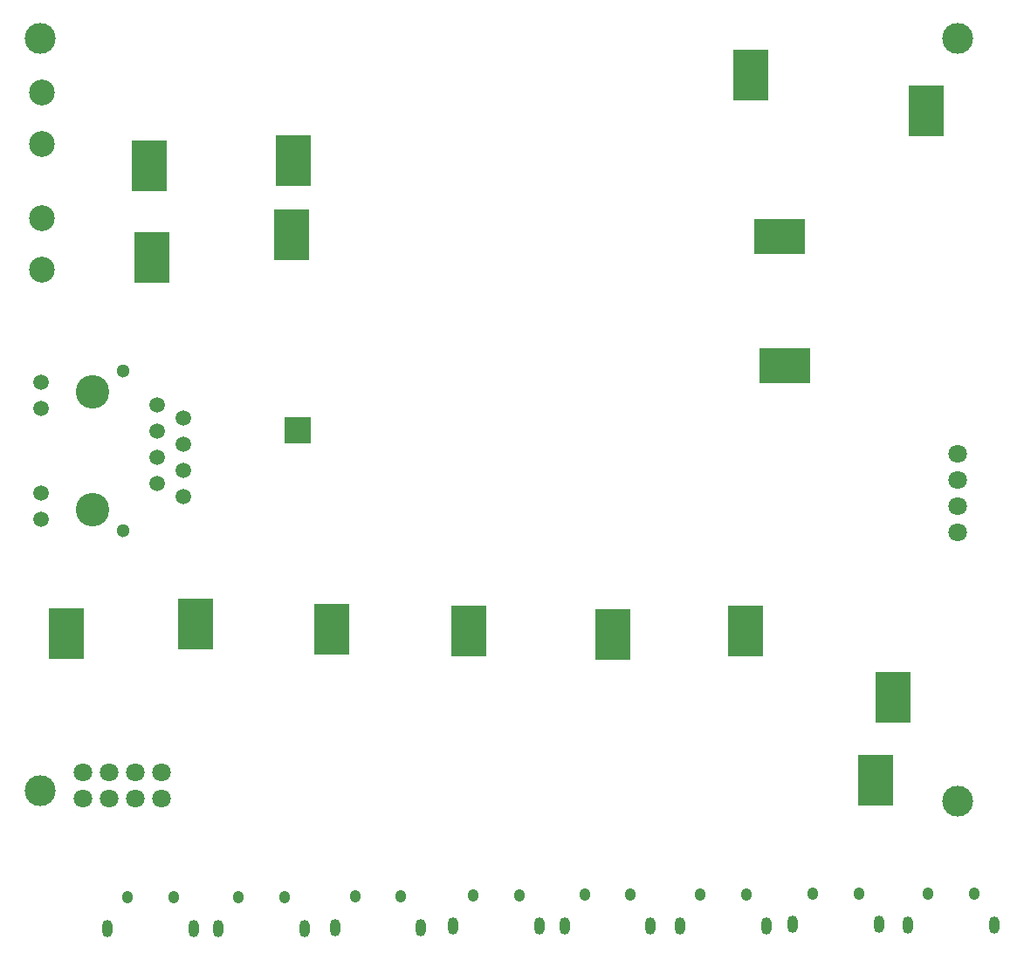
<source format=gbs>
G04 #@! TF.GenerationSoftware,KiCad,Pcbnew,5.1.5-52549c5~86~ubuntu18.04.1*
G04 #@! TF.CreationDate,2020-12-06T21:57:42-08:00*
G04 #@! TF.ProjectId,GAMTP_rev01,47414d54-505f-4726-9576-30312e6b6963,rev?*
G04 #@! TF.SameCoordinates,Original*
G04 #@! TF.FileFunction,Soldermask,Bot*
G04 #@! TF.FilePolarity,Negative*
%FSLAX46Y46*%
G04 Gerber Fmt 4.6, Leading zero omitted, Abs format (unit mm)*
G04 Created by KiCad (PCBNEW 5.1.5-52549c5~86~ubuntu18.04.1) date 2020-12-06 21:57:42*
%MOMM*%
%LPD*%
G04 APERTURE LIST*
%ADD10C,0.300000*%
%ADD11R,3.400000X5.000000*%
%ADD12R,3.000000X3.000000*%
%ADD13R,5.000000X3.400000*%
%ADD14C,3.000000*%
%ADD15R,2.499360X2.499360*%
%ADD16C,1.500000*%
%ADD17C,3.250000*%
%ADD18C,1.300000*%
%ADD19C,2.500000*%
%ADD20C,1.800000*%
%ADD21O,1.000000X1.700000*%
%ADD22O,1.050000X1.250000*%
G04 APERTURE END LIST*
D10*
X117686000Y-69850000D03*
X115486000Y-69850000D03*
X116586000Y-69850000D03*
D11*
X116586000Y-69850000D03*
D10*
X116586000Y-70950000D03*
X115486000Y-70950000D03*
X117686000Y-70950000D03*
X117686000Y-68750000D03*
X115486000Y-68750000D03*
X116586000Y-68750000D03*
X116586000Y-67650000D03*
X115486000Y-67650000D03*
X117686000Y-67650000D03*
X117686000Y-72050000D03*
X115486000Y-72050000D03*
X116586000Y-72050000D03*
D12*
X116586000Y-69850000D03*
D10*
X103970000Y-79248000D03*
X101770000Y-79248000D03*
X102870000Y-79248000D03*
D11*
X102870000Y-79248000D03*
D10*
X102870000Y-80348000D03*
X101770000Y-80348000D03*
X103970000Y-80348000D03*
X103970000Y-78148000D03*
X101770000Y-78148000D03*
X102870000Y-78148000D03*
X102870000Y-77048000D03*
X101770000Y-77048000D03*
X103970000Y-77048000D03*
X103970000Y-81448000D03*
X101770000Y-81448000D03*
X102870000Y-81448000D03*
D12*
X102870000Y-79248000D03*
D10*
X117538000Y-77033000D03*
X115338000Y-77033000D03*
X116438000Y-77033000D03*
D11*
X116438000Y-77033000D03*
D10*
X116438000Y-78133000D03*
X115338000Y-78133000D03*
X117538000Y-78133000D03*
X117538000Y-75933000D03*
X115338000Y-75933000D03*
X116438000Y-75933000D03*
X116438000Y-74833000D03*
X115338000Y-74833000D03*
X117538000Y-74833000D03*
X117538000Y-79233000D03*
X115338000Y-79233000D03*
X116438000Y-79233000D03*
D12*
X116438000Y-77033000D03*
D10*
X103716000Y-70358000D03*
X101516000Y-70358000D03*
X102616000Y-70358000D03*
D11*
X102616000Y-70358000D03*
D10*
X102616000Y-71458000D03*
X101516000Y-71458000D03*
X103716000Y-71458000D03*
X103716000Y-69258000D03*
X101516000Y-69258000D03*
X102616000Y-69258000D03*
X102616000Y-68158000D03*
X101516000Y-68158000D03*
X103716000Y-68158000D03*
X103716000Y-72558000D03*
X101516000Y-72558000D03*
X102616000Y-72558000D03*
D12*
X102616000Y-70358000D03*
D10*
X164250000Y-90850000D03*
X164250000Y-88650000D03*
X164250000Y-89750000D03*
D13*
X164250000Y-89750000D03*
D10*
X163150000Y-89750000D03*
X163150000Y-88650000D03*
X163150000Y-90850000D03*
X165350000Y-90850000D03*
X165350000Y-88650000D03*
X165350000Y-89750000D03*
X166450000Y-89750000D03*
X166450000Y-88650000D03*
X166450000Y-90850000D03*
X162050000Y-90850000D03*
X162050000Y-88650000D03*
X162050000Y-89750000D03*
D12*
X164250000Y-89750000D03*
D10*
X163750000Y-78350000D03*
X163750000Y-76150000D03*
X163750000Y-77250000D03*
D13*
X163750000Y-77250000D03*
D10*
X162650000Y-77250000D03*
X162650000Y-76150000D03*
X162650000Y-78350000D03*
X164850000Y-78350000D03*
X164850000Y-76150000D03*
X164850000Y-77250000D03*
X165950000Y-77250000D03*
X165950000Y-76150000D03*
X165950000Y-78350000D03*
X161550000Y-78350000D03*
X161550000Y-76150000D03*
X161550000Y-77250000D03*
D12*
X163750000Y-77250000D03*
D10*
X179100000Y-65000000D03*
X176900000Y-65000000D03*
X178000000Y-65000000D03*
D11*
X178000000Y-65000000D03*
D10*
X178000000Y-66100000D03*
X176900000Y-66100000D03*
X179100000Y-66100000D03*
X179100000Y-63900000D03*
X176900000Y-63900000D03*
X178000000Y-63900000D03*
X178000000Y-62800000D03*
X176900000Y-62800000D03*
X179100000Y-62800000D03*
X179100000Y-67200000D03*
X176900000Y-67200000D03*
X178000000Y-67200000D03*
D12*
X178000000Y-65000000D03*
D10*
X159850000Y-61570000D03*
X162050000Y-61570000D03*
X160950000Y-61570000D03*
D11*
X160950000Y-61570000D03*
D10*
X160950000Y-60470000D03*
X162050000Y-60470000D03*
X159850000Y-60470000D03*
X159850000Y-62670000D03*
X162050000Y-62670000D03*
X160950000Y-62670000D03*
X160950000Y-63770000D03*
X162050000Y-63770000D03*
X159850000Y-63770000D03*
X159850000Y-59370000D03*
X162050000Y-59370000D03*
X160950000Y-59370000D03*
D12*
X160950000Y-61570000D03*
D10*
X146500000Y-115800000D03*
X148700000Y-115800000D03*
X147600000Y-115800000D03*
D11*
X147600000Y-115800000D03*
D10*
X147600000Y-114700000D03*
X148700000Y-114700000D03*
X146500000Y-114700000D03*
X146500000Y-116900000D03*
X148700000Y-116900000D03*
X147600000Y-116900000D03*
X147600000Y-118000000D03*
X148700000Y-118000000D03*
X146500000Y-118000000D03*
X146500000Y-113600000D03*
X148700000Y-113600000D03*
X147600000Y-113600000D03*
D12*
X147600000Y-115800000D03*
D10*
X159300000Y-115500000D03*
X161500000Y-115500000D03*
X160400000Y-115500000D03*
D11*
X160400000Y-115500000D03*
D10*
X160400000Y-114400000D03*
X161500000Y-114400000D03*
X159300000Y-114400000D03*
X159300000Y-116600000D03*
X161500000Y-116600000D03*
X160400000Y-116600000D03*
X160400000Y-117700000D03*
X161500000Y-117700000D03*
X159300000Y-117700000D03*
X159300000Y-113300000D03*
X161500000Y-113300000D03*
X160400000Y-113300000D03*
D12*
X160400000Y-115500000D03*
D10*
X171925000Y-129975000D03*
X174125000Y-129975000D03*
X173025000Y-129975000D03*
D11*
X173025000Y-129975000D03*
D10*
X173025000Y-128875000D03*
X174125000Y-128875000D03*
X171925000Y-128875000D03*
X171925000Y-131075000D03*
X174125000Y-131075000D03*
X173025000Y-131075000D03*
X173025000Y-132175000D03*
X174125000Y-132175000D03*
X171925000Y-132175000D03*
X171925000Y-127775000D03*
X174125000Y-127775000D03*
X173025000Y-127775000D03*
D12*
X173025000Y-129975000D03*
D10*
X173610000Y-121960000D03*
X175810000Y-121960000D03*
X174710000Y-121960000D03*
D11*
X174710000Y-121960000D03*
D10*
X174710000Y-120860000D03*
X175810000Y-120860000D03*
X173610000Y-120860000D03*
X173610000Y-123060000D03*
X175810000Y-123060000D03*
X174710000Y-123060000D03*
X174710000Y-124160000D03*
X175810000Y-124160000D03*
X173610000Y-124160000D03*
X173610000Y-119760000D03*
X175810000Y-119760000D03*
X174710000Y-119760000D03*
D12*
X174710000Y-121960000D03*
D10*
X106000000Y-114800000D03*
X108200000Y-114800000D03*
X107100000Y-114800000D03*
D11*
X107100000Y-114800000D03*
D10*
X107100000Y-113700000D03*
X108200000Y-113700000D03*
X106000000Y-113700000D03*
X106000000Y-115900000D03*
X108200000Y-115900000D03*
X107100000Y-115900000D03*
X107100000Y-117000000D03*
X108200000Y-117000000D03*
X106000000Y-117000000D03*
X106000000Y-112600000D03*
X108200000Y-112600000D03*
X107100000Y-112600000D03*
D12*
X107100000Y-114800000D03*
D10*
X119200000Y-115300000D03*
X121400000Y-115300000D03*
X120300000Y-115300000D03*
D11*
X120300000Y-115300000D03*
D10*
X120300000Y-114200000D03*
X121400000Y-114200000D03*
X119200000Y-114200000D03*
X119200000Y-116400000D03*
X121400000Y-116400000D03*
X120300000Y-116400000D03*
X120300000Y-117500000D03*
X121400000Y-117500000D03*
X119200000Y-117500000D03*
X119200000Y-113100000D03*
X121400000Y-113100000D03*
X120300000Y-113100000D03*
D12*
X120300000Y-115300000D03*
D10*
X132500000Y-115500000D03*
X134700000Y-115500000D03*
X133600000Y-115500000D03*
D11*
X133600000Y-115500000D03*
D10*
X133600000Y-114400000D03*
X134700000Y-114400000D03*
X132500000Y-114400000D03*
X132500000Y-116600000D03*
X134700000Y-116600000D03*
X133600000Y-116600000D03*
X133600000Y-117700000D03*
X134700000Y-117700000D03*
X132500000Y-117700000D03*
X132500000Y-113300000D03*
X134700000Y-113300000D03*
X133600000Y-113300000D03*
D12*
X133600000Y-115500000D03*
D10*
X93430000Y-115760000D03*
X95630000Y-115760000D03*
X94530000Y-115760000D03*
D11*
X94530000Y-115760000D03*
D10*
X94530000Y-114660000D03*
X95630000Y-114660000D03*
X93430000Y-114660000D03*
X93430000Y-116860000D03*
X95630000Y-116860000D03*
X94530000Y-116860000D03*
X94530000Y-117960000D03*
X95630000Y-117960000D03*
X93430000Y-117960000D03*
X93430000Y-113560000D03*
X95630000Y-113560000D03*
X94530000Y-113560000D03*
D12*
X94530000Y-115760000D03*
D14*
X92000000Y-131000000D03*
X92000000Y-58000000D03*
X181000000Y-132000000D03*
X181000000Y-58000000D03*
D15*
X117000000Y-96000000D03*
D16*
X92100000Y-91375000D03*
X92100000Y-93915000D03*
X92100000Y-102085000D03*
X92100000Y-104625000D03*
X103350000Y-93560000D03*
X103350000Y-98630000D03*
X103350000Y-96100000D03*
X103350000Y-101170000D03*
X105890000Y-94820000D03*
X105890000Y-99900000D03*
X105890000Y-97360000D03*
D17*
X97132080Y-103715000D03*
X97132080Y-92285000D03*
D18*
X100050000Y-90255000D03*
X100050000Y-105745000D03*
D16*
X105890000Y-102440000D03*
D19*
X92202000Y-75478000D03*
X92202000Y-80478000D03*
D20*
X181000000Y-105950000D03*
X181000000Y-103410000D03*
X181000000Y-98340160D03*
X181000000Y-100880160D03*
X101270000Y-131770000D03*
X103810000Y-131770000D03*
X98730000Y-131770000D03*
X96190000Y-131770000D03*
X96190000Y-129230000D03*
X98730000Y-129230000D03*
X103810000Y-129230000D03*
X101270000Y-129230000D03*
D19*
X92202000Y-68286000D03*
X92202000Y-63286000D03*
D21*
X106925000Y-144350000D03*
X98575000Y-144350000D03*
D22*
X104975000Y-141350000D03*
X100525000Y-141350000D03*
X178175000Y-141000000D03*
X182625000Y-141000000D03*
D21*
X176225000Y-144000000D03*
X184575000Y-144000000D03*
D22*
X111275000Y-141350000D03*
X115725000Y-141350000D03*
D21*
X109325000Y-144350000D03*
X117675000Y-144350000D03*
X173375000Y-143950000D03*
X165025000Y-143950000D03*
D22*
X171425000Y-140950000D03*
X166975000Y-140950000D03*
D21*
X128975000Y-144250000D03*
X120625000Y-144250000D03*
D22*
X127025000Y-141250000D03*
X122575000Y-141250000D03*
D21*
X162475000Y-144100000D03*
X154125000Y-144100000D03*
D22*
X160525000Y-141100000D03*
X156075000Y-141100000D03*
X134025000Y-141150000D03*
X138475000Y-141150000D03*
D21*
X132075000Y-144150000D03*
X140425000Y-144150000D03*
D22*
X144825000Y-141100000D03*
X149275000Y-141100000D03*
D21*
X142875000Y-144100000D03*
X151225000Y-144100000D03*
M02*

</source>
